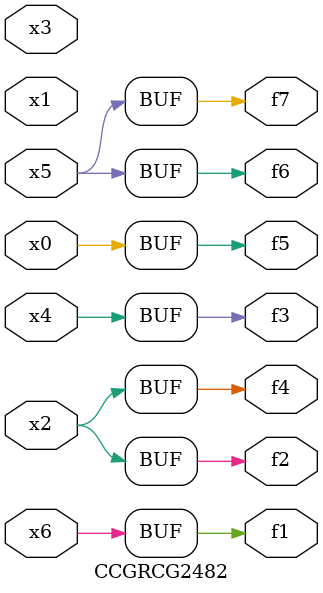
<source format=v>
module CCGRCG2482(
	input x0, x1, x2, x3, x4, x5, x6,
	output f1, f2, f3, f4, f5, f6, f7
);
	assign f1 = x6;
	assign f2 = x2;
	assign f3 = x4;
	assign f4 = x2;
	assign f5 = x0;
	assign f6 = x5;
	assign f7 = x5;
endmodule

</source>
